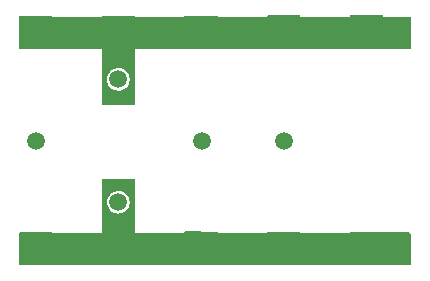
<source format=gbr>
%TF.GenerationSoftware,KiCad,Pcbnew,(6.0.9)*%
%TF.CreationDate,2023-04-18T10:07:27+02:00*%
%TF.ProjectId,midi-biels-2,6d696469-2d62-4696-956c-732d322e6b69,rev?*%
%TF.SameCoordinates,Original*%
%TF.FileFunction,Copper,L1,Top*%
%TF.FilePolarity,Positive*%
%FSLAX46Y46*%
G04 Gerber Fmt 4.6, Leading zero omitted, Abs format (unit mm)*
G04 Created by KiCad (PCBNEW (6.0.9)) date 2023-04-18 10:07:27*
%MOMM*%
%LPD*%
G01*
G04 APERTURE LIST*
%TA.AperFunction,ViaPad*%
%ADD10C,1.500000*%
%TD*%
G04 APERTURE END LIST*
D10*
%TO.N,*%
X60700000Y-55750000D03*
X67600000Y-55750000D03*
X53600000Y-60950000D03*
X53600000Y-50550000D03*
X46600000Y-55750000D03*
%TD*%
%TA.AperFunction,NonConductor*%
G36*
X75985044Y-45121882D02*
G01*
X75999500Y-45156634D01*
X75999500Y-45182654D01*
X76004061Y-45188932D01*
X76004062Y-45188934D01*
X76004776Y-45189916D01*
X76011734Y-45203572D01*
X76012110Y-45204729D01*
X76012111Y-45204730D01*
X76014510Y-45212112D01*
X76021774Y-45217390D01*
X76032610Y-45228226D01*
X76037888Y-45235490D01*
X76045269Y-45237888D01*
X76045271Y-45237890D01*
X76046428Y-45238266D01*
X76060084Y-45245224D01*
X76061066Y-45245938D01*
X76061068Y-45245939D01*
X76067346Y-45250500D01*
X78350500Y-45250500D01*
X78385148Y-45264852D01*
X78399500Y-45299500D01*
X78399500Y-47951000D01*
X78385148Y-47985648D01*
X78350500Y-48000000D01*
X73216293Y-48000000D01*
X73185853Y-47987391D01*
X73185491Y-47987889D01*
X73183417Y-47986382D01*
X73183418Y-47986382D01*
X73178226Y-47982610D01*
X73167388Y-47971772D01*
X73162112Y-47964510D01*
X73154731Y-47962112D01*
X73154729Y-47962110D01*
X73153572Y-47961734D01*
X73139916Y-47954776D01*
X73138934Y-47954062D01*
X73138932Y-47954061D01*
X73132654Y-47949500D01*
X69067346Y-47949500D01*
X69061068Y-47954061D01*
X69061066Y-47954062D01*
X69060084Y-47954776D01*
X69046428Y-47961734D01*
X69045271Y-47962110D01*
X69045269Y-47962112D01*
X69037888Y-47964510D01*
X69032612Y-47971772D01*
X69021774Y-47982610D01*
X69017593Y-47985648D01*
X69014509Y-47987889D01*
X69013166Y-47986041D01*
X68991374Y-47999396D01*
X68983707Y-48000000D01*
X66216293Y-48000000D01*
X66185853Y-47987391D01*
X66185491Y-47987889D01*
X66183417Y-47986382D01*
X66183418Y-47986382D01*
X66178226Y-47982610D01*
X66167388Y-47971772D01*
X66162112Y-47964510D01*
X66154731Y-47962112D01*
X66154729Y-47962110D01*
X66153572Y-47961734D01*
X66139916Y-47954776D01*
X66138934Y-47954062D01*
X66138932Y-47954061D01*
X66132654Y-47949500D01*
X62067346Y-47949500D01*
X62061068Y-47954061D01*
X62061066Y-47954062D01*
X62060084Y-47954776D01*
X62046428Y-47961734D01*
X62045271Y-47962110D01*
X62045269Y-47962112D01*
X62037888Y-47964510D01*
X62032612Y-47971772D01*
X62021774Y-47982610D01*
X62017593Y-47985648D01*
X62014509Y-47987889D01*
X62013166Y-47986041D01*
X61991374Y-47999396D01*
X61983707Y-48000000D01*
X59216293Y-48000000D01*
X59185853Y-47987391D01*
X59185491Y-47987889D01*
X59183417Y-47986382D01*
X59183418Y-47986382D01*
X59178226Y-47982610D01*
X59167388Y-47971772D01*
X59162112Y-47964510D01*
X59154731Y-47962112D01*
X59154729Y-47962110D01*
X59153572Y-47961734D01*
X59139916Y-47954776D01*
X59138934Y-47954062D01*
X59138932Y-47954061D01*
X59132654Y-47949500D01*
X55067346Y-47949500D01*
X55061068Y-47954061D01*
X55061066Y-47954062D01*
X55060084Y-47954776D01*
X55046428Y-47961734D01*
X55045271Y-47962110D01*
X55045269Y-47962112D01*
X55037888Y-47964510D01*
X55032612Y-47971772D01*
X55021774Y-47982610D01*
X55014510Y-47987888D01*
X55012112Y-47995269D01*
X55012110Y-47995271D01*
X55011734Y-47996428D01*
X55004776Y-48010084D01*
X55004062Y-48011066D01*
X55004061Y-48011068D01*
X54999500Y-48017346D01*
X54999500Y-52651000D01*
X54985148Y-52685648D01*
X54950500Y-52700000D01*
X52249500Y-52700000D01*
X52214852Y-52685648D01*
X52200500Y-52651000D01*
X52200500Y-50536665D01*
X52644994Y-50536665D01*
X52645194Y-50539047D01*
X52645194Y-50539051D01*
X52646229Y-50551371D01*
X52660592Y-50722414D01*
X52711971Y-50901595D01*
X52713065Y-50903724D01*
X52713066Y-50903726D01*
X52763157Y-51001191D01*
X52797176Y-51067385D01*
X52798662Y-51069260D01*
X52798664Y-51069263D01*
X52899261Y-51196185D01*
X52912959Y-51213468D01*
X53054912Y-51334279D01*
X53217627Y-51425217D01*
X53261231Y-51439385D01*
X53392625Y-51482078D01*
X53392629Y-51482079D01*
X53394907Y-51482819D01*
X53579998Y-51504890D01*
X53672924Y-51497740D01*
X53763466Y-51490773D01*
X53763471Y-51490772D01*
X53765851Y-51490589D01*
X53945387Y-51440462D01*
X53947516Y-51439387D01*
X53947520Y-51439385D01*
X54109628Y-51357498D01*
X54111768Y-51356417D01*
X54258655Y-51241656D01*
X54380454Y-51100550D01*
X54398228Y-51069263D01*
X54471341Y-50940560D01*
X54472526Y-50938474D01*
X54485560Y-50899294D01*
X54530608Y-50763873D01*
X54531364Y-50761601D01*
X54554727Y-50576668D01*
X54555099Y-50550000D01*
X54536909Y-50364487D01*
X54483033Y-50186040D01*
X54395522Y-50021456D01*
X54277710Y-49877005D01*
X54134085Y-49758187D01*
X53970116Y-49669529D01*
X53967831Y-49668822D01*
X53967827Y-49668820D01*
X53794336Y-49615117D01*
X53794337Y-49615117D01*
X53792049Y-49614409D01*
X53744652Y-49609427D01*
X53609051Y-49595174D01*
X53609046Y-49595174D01*
X53606668Y-49594924D01*
X53604283Y-49595141D01*
X53604278Y-49595141D01*
X53513850Y-49603371D01*
X53421032Y-49611818D01*
X53319284Y-49641765D01*
X53244513Y-49663771D01*
X53244510Y-49663772D01*
X53242214Y-49664448D01*
X53077023Y-49750807D01*
X53075159Y-49752306D01*
X53075157Y-49752307D01*
X52933617Y-49866108D01*
X52933614Y-49866111D01*
X52931752Y-49867608D01*
X52930213Y-49869442D01*
X52930212Y-49869443D01*
X52885666Y-49922532D01*
X52811935Y-50010401D01*
X52722135Y-50173746D01*
X52665772Y-50351424D01*
X52644994Y-50536665D01*
X52200500Y-50536665D01*
X52200500Y-48017346D01*
X52195939Y-48011068D01*
X52195938Y-48011066D01*
X52195224Y-48010084D01*
X52188266Y-47996428D01*
X52187890Y-47995271D01*
X52187888Y-47995269D01*
X52185490Y-47987888D01*
X52178226Y-47982610D01*
X52167388Y-47971772D01*
X52162112Y-47964510D01*
X52154731Y-47962112D01*
X52154729Y-47962110D01*
X52153572Y-47961734D01*
X52139916Y-47954776D01*
X52138934Y-47954062D01*
X52138932Y-47954061D01*
X52132654Y-47949500D01*
X48067346Y-47949500D01*
X48061068Y-47954061D01*
X48061066Y-47954062D01*
X48060084Y-47954776D01*
X48046428Y-47961734D01*
X48045271Y-47962110D01*
X48045269Y-47962112D01*
X48037888Y-47964510D01*
X48032612Y-47971772D01*
X48021774Y-47982610D01*
X48017593Y-47985648D01*
X48014509Y-47987889D01*
X48013166Y-47986041D01*
X47991374Y-47999396D01*
X47983707Y-48000000D01*
X45249500Y-48000000D01*
X45214852Y-47985648D01*
X45200500Y-47951000D01*
X45200500Y-45248553D01*
X45214852Y-45213905D01*
X45249353Y-45199553D01*
X46097823Y-45197013D01*
X47977302Y-45191385D01*
X48011992Y-45205633D01*
X48012657Y-45206409D01*
X48014510Y-45212112D01*
X48021774Y-45217390D01*
X48032610Y-45228226D01*
X48037888Y-45235490D01*
X48045269Y-45237888D01*
X48045271Y-45237890D01*
X48046428Y-45238266D01*
X48060084Y-45245224D01*
X48061066Y-45245938D01*
X48061068Y-45245939D01*
X48067346Y-45250500D01*
X52132654Y-45250500D01*
X52138932Y-45245939D01*
X52138934Y-45245938D01*
X52139916Y-45245224D01*
X52153572Y-45238266D01*
X52154729Y-45237890D01*
X52154731Y-45237888D01*
X52162112Y-45235490D01*
X52167390Y-45228226D01*
X52178226Y-45217390D01*
X52185490Y-45212112D01*
X52187887Y-45204736D01*
X52192166Y-45198846D01*
X52224143Y-45179251D01*
X52231660Y-45178648D01*
X54965229Y-45170464D01*
X54999920Y-45184712D01*
X55011977Y-45204319D01*
X55012111Y-45204729D01*
X55014510Y-45212112D01*
X55021774Y-45217390D01*
X55032610Y-45228226D01*
X55037888Y-45235490D01*
X55045269Y-45237888D01*
X55045271Y-45237890D01*
X55046428Y-45238266D01*
X55060084Y-45245224D01*
X55061066Y-45245938D01*
X55061068Y-45245939D01*
X55067346Y-45250500D01*
X59132654Y-45250500D01*
X59138932Y-45245939D01*
X59138934Y-45245938D01*
X59139916Y-45245224D01*
X59153572Y-45238266D01*
X59154729Y-45237890D01*
X59154731Y-45237888D01*
X59162112Y-45235490D01*
X59167390Y-45228226D01*
X59178226Y-45217390D01*
X59185490Y-45212112D01*
X59187889Y-45204730D01*
X59187890Y-45204729D01*
X59188266Y-45203572D01*
X59195224Y-45189916D01*
X59200499Y-45182655D01*
X59201838Y-45183627D01*
X59219455Y-45163001D01*
X59241552Y-45157660D01*
X60107841Y-45155067D01*
X61955513Y-45149535D01*
X61990204Y-45163783D01*
X61999500Y-45178901D01*
X61999500Y-45182654D01*
X62004061Y-45188932D01*
X62004062Y-45188934D01*
X62004776Y-45189916D01*
X62011734Y-45203572D01*
X62012110Y-45204729D01*
X62012111Y-45204730D01*
X62014510Y-45212112D01*
X62021774Y-45217390D01*
X62032610Y-45228226D01*
X62037888Y-45235490D01*
X62045269Y-45237888D01*
X62045271Y-45237890D01*
X62046428Y-45238266D01*
X62060084Y-45245224D01*
X62061066Y-45245938D01*
X62061068Y-45245939D01*
X62067346Y-45250500D01*
X66132654Y-45250500D01*
X66138932Y-45245939D01*
X66138934Y-45245938D01*
X66139916Y-45245224D01*
X66153572Y-45238266D01*
X66154729Y-45237890D01*
X66154731Y-45237888D01*
X66162112Y-45235490D01*
X66167390Y-45228226D01*
X66178226Y-45217390D01*
X66185490Y-45212112D01*
X66187889Y-45204730D01*
X66187890Y-45204729D01*
X66188266Y-45203572D01*
X66195224Y-45189916D01*
X66195938Y-45188934D01*
X66195939Y-45188932D01*
X66200500Y-45182654D01*
X66200500Y-45174892D01*
X66201914Y-45170540D01*
X66226270Y-45142023D01*
X66248369Y-45136682D01*
X68502095Y-45129934D01*
X68950353Y-45128592D01*
X68985044Y-45142840D01*
X68995521Y-45168026D01*
X68997102Y-45167512D01*
X68999500Y-45174892D01*
X68999500Y-45182654D01*
X69004061Y-45188932D01*
X69004062Y-45188934D01*
X69004776Y-45189916D01*
X69011734Y-45203572D01*
X69012110Y-45204729D01*
X69012111Y-45204730D01*
X69014510Y-45212112D01*
X69021774Y-45217390D01*
X69032610Y-45228226D01*
X69037888Y-45235490D01*
X69045269Y-45237888D01*
X69045271Y-45237890D01*
X69046428Y-45238266D01*
X69060084Y-45245224D01*
X69061066Y-45245938D01*
X69061068Y-45245939D01*
X69067346Y-45250500D01*
X73132654Y-45250500D01*
X73138932Y-45245939D01*
X73138934Y-45245938D01*
X73139916Y-45245224D01*
X73153572Y-45238266D01*
X73154729Y-45237890D01*
X73154731Y-45237888D01*
X73162112Y-45235490D01*
X73167390Y-45228226D01*
X73178226Y-45217390D01*
X73185490Y-45212112D01*
X73187889Y-45204730D01*
X73187890Y-45204729D01*
X73188266Y-45203572D01*
X73195224Y-45189916D01*
X73195938Y-45188934D01*
X73195939Y-45188932D01*
X73200500Y-45182654D01*
X73200500Y-45164721D01*
X73214852Y-45130073D01*
X73249353Y-45115721D01*
X75385005Y-45109327D01*
X75950353Y-45107634D01*
X75985044Y-45121882D01*
G37*
%TD.AperFunction*%
%TA.AperFunction,NonConductor*%
G36*
X54985148Y-59014352D02*
G01*
X54999500Y-59049000D01*
X54999500Y-63482654D01*
X55004061Y-63488932D01*
X55004062Y-63488934D01*
X55004776Y-63489916D01*
X55011734Y-63503572D01*
X55012110Y-63504729D01*
X55012112Y-63504731D01*
X55014510Y-63512112D01*
X55021774Y-63517390D01*
X55032610Y-63528226D01*
X55037888Y-63535490D01*
X55045269Y-63537888D01*
X55045271Y-63537890D01*
X55046428Y-63538266D01*
X55060084Y-63545224D01*
X55061066Y-63545938D01*
X55061068Y-63545939D01*
X55067346Y-63550500D01*
X59132654Y-63550500D01*
X59138932Y-63545939D01*
X59138934Y-63545938D01*
X59139916Y-63545224D01*
X59153572Y-63538266D01*
X59154729Y-63537890D01*
X59154731Y-63537888D01*
X59162112Y-63535490D01*
X59167390Y-63528226D01*
X59178226Y-63517390D01*
X59185490Y-63512112D01*
X59187888Y-63504731D01*
X59187890Y-63504729D01*
X59188266Y-63503572D01*
X59195224Y-63489916D01*
X59195938Y-63488934D01*
X59195939Y-63488932D01*
X59200500Y-63482654D01*
X59200500Y-63466734D01*
X59214852Y-63432086D01*
X59249709Y-63417734D01*
X61950709Y-63429277D01*
X61985296Y-63443777D01*
X61995308Y-63468095D01*
X61997102Y-63467512D01*
X61999500Y-63474892D01*
X61999500Y-63482654D01*
X62004061Y-63488932D01*
X62004062Y-63488934D01*
X62004776Y-63489916D01*
X62011734Y-63503572D01*
X62012110Y-63504729D01*
X62012112Y-63504731D01*
X62014510Y-63512112D01*
X62021774Y-63517390D01*
X62032610Y-63528226D01*
X62037888Y-63535490D01*
X62045269Y-63537888D01*
X62045271Y-63537890D01*
X62046428Y-63538266D01*
X62060084Y-63545224D01*
X62061066Y-63545938D01*
X62061068Y-63545939D01*
X62067346Y-63550500D01*
X66132654Y-63550500D01*
X66138932Y-63545939D01*
X66138934Y-63545938D01*
X66139916Y-63545224D01*
X66153572Y-63538266D01*
X66154729Y-63537890D01*
X66154731Y-63537888D01*
X66162112Y-63535490D01*
X66167390Y-63528226D01*
X66178226Y-63517390D01*
X66185490Y-63512112D01*
X66187888Y-63504731D01*
X66187890Y-63504729D01*
X66188266Y-63503572D01*
X66195224Y-63489916D01*
X66195938Y-63488933D01*
X66200500Y-63482654D01*
X66200500Y-63478979D01*
X66222713Y-63452970D01*
X66245166Y-63447629D01*
X68763003Y-63458389D01*
X68959018Y-63459227D01*
X68993605Y-63473727D01*
X68999189Y-63482882D01*
X68999501Y-63482655D01*
X69004776Y-63489916D01*
X69011734Y-63503572D01*
X69012110Y-63504729D01*
X69012112Y-63504731D01*
X69014510Y-63512112D01*
X69021774Y-63517390D01*
X69032610Y-63528226D01*
X69037888Y-63535490D01*
X69045269Y-63537888D01*
X69045271Y-63537890D01*
X69046428Y-63538266D01*
X69060084Y-63545224D01*
X69061066Y-63545938D01*
X69061068Y-63545939D01*
X69067346Y-63550500D01*
X73132654Y-63550500D01*
X73138932Y-63545939D01*
X73138934Y-63545938D01*
X73139916Y-63545224D01*
X73153572Y-63538266D01*
X73154729Y-63537890D01*
X73154731Y-63537888D01*
X73162112Y-63535490D01*
X73167390Y-63528226D01*
X73178226Y-63517390D01*
X73185490Y-63512112D01*
X73187888Y-63504732D01*
X73192450Y-63498453D01*
X73195103Y-63500381D01*
X73210118Y-63482819D01*
X73232550Y-63477490D01*
X78121238Y-63498382D01*
X78140669Y-63502490D01*
X78370140Y-63602883D01*
X78396131Y-63629919D01*
X78399500Y-63647775D01*
X78399500Y-66200500D01*
X78385148Y-66235148D01*
X78350500Y-66249500D01*
X76067346Y-66249500D01*
X76061068Y-66254061D01*
X76061066Y-66254062D01*
X76060084Y-66254776D01*
X76046428Y-66261734D01*
X76045271Y-66262110D01*
X76045269Y-66262112D01*
X76037888Y-66264510D01*
X76032612Y-66271772D01*
X76021774Y-66282610D01*
X76019600Y-66284190D01*
X76014509Y-66287889D01*
X76013166Y-66286041D01*
X75991374Y-66299396D01*
X75983707Y-66300000D01*
X73216293Y-66300000D01*
X73185853Y-66287391D01*
X73185491Y-66287889D01*
X73183417Y-66286382D01*
X73183418Y-66286382D01*
X73178226Y-66282610D01*
X73167388Y-66271772D01*
X73162112Y-66264510D01*
X73154731Y-66262112D01*
X73154729Y-66262110D01*
X73153572Y-66261734D01*
X73139916Y-66254776D01*
X73138934Y-66254062D01*
X73138932Y-66254061D01*
X73132654Y-66249500D01*
X69067346Y-66249500D01*
X69061068Y-66254061D01*
X69061066Y-66254062D01*
X69060084Y-66254776D01*
X69046428Y-66261734D01*
X69045271Y-66262110D01*
X69045269Y-66262112D01*
X69037888Y-66264510D01*
X69032612Y-66271772D01*
X69021774Y-66282610D01*
X69019600Y-66284190D01*
X69014509Y-66287889D01*
X69013166Y-66286041D01*
X68991374Y-66299396D01*
X68983707Y-66300000D01*
X66216293Y-66300000D01*
X66185853Y-66287391D01*
X66185491Y-66287889D01*
X66183417Y-66286382D01*
X66183418Y-66286382D01*
X66178226Y-66282610D01*
X66167388Y-66271772D01*
X66162112Y-66264510D01*
X66154731Y-66262112D01*
X66154729Y-66262110D01*
X66153572Y-66261734D01*
X66139916Y-66254776D01*
X66138934Y-66254062D01*
X66138932Y-66254061D01*
X66132654Y-66249500D01*
X62067346Y-66249500D01*
X62061068Y-66254061D01*
X62061066Y-66254062D01*
X62060084Y-66254776D01*
X62046428Y-66261734D01*
X62045271Y-66262110D01*
X62045269Y-66262112D01*
X62037888Y-66264510D01*
X62032612Y-66271772D01*
X62021774Y-66282610D01*
X62019600Y-66284190D01*
X62014509Y-66287889D01*
X62013166Y-66286041D01*
X61991374Y-66299396D01*
X61983707Y-66300000D01*
X59216293Y-66300000D01*
X59185853Y-66287391D01*
X59185491Y-66287889D01*
X59183417Y-66286382D01*
X59183418Y-66286382D01*
X59178226Y-66282610D01*
X59167388Y-66271772D01*
X59162112Y-66264510D01*
X59154731Y-66262112D01*
X59154729Y-66262110D01*
X59153572Y-66261734D01*
X59139916Y-66254776D01*
X59138934Y-66254062D01*
X59138932Y-66254061D01*
X59132654Y-66249500D01*
X55067346Y-66249500D01*
X55061068Y-66254061D01*
X55061066Y-66254062D01*
X55060084Y-66254776D01*
X55046428Y-66261734D01*
X55045271Y-66262110D01*
X55045269Y-66262112D01*
X55037888Y-66264510D01*
X55032612Y-66271772D01*
X55021774Y-66282610D01*
X55019600Y-66284190D01*
X55014509Y-66287889D01*
X55013166Y-66286041D01*
X54991374Y-66299396D01*
X54983707Y-66300000D01*
X52216293Y-66300000D01*
X52185853Y-66287391D01*
X52185491Y-66287889D01*
X52183417Y-66286382D01*
X52183418Y-66286382D01*
X52178226Y-66282610D01*
X52167388Y-66271772D01*
X52162112Y-66264510D01*
X52154731Y-66262112D01*
X52154729Y-66262110D01*
X52153572Y-66261734D01*
X52139916Y-66254776D01*
X52138934Y-66254062D01*
X52138932Y-66254061D01*
X52132654Y-66249500D01*
X48067346Y-66249500D01*
X48061068Y-66254061D01*
X48061066Y-66254062D01*
X48060084Y-66254776D01*
X48046428Y-66261734D01*
X48045271Y-66262110D01*
X48045269Y-66262112D01*
X48037888Y-66264510D01*
X48032612Y-66271772D01*
X48021774Y-66282610D01*
X48019600Y-66284190D01*
X48014509Y-66287889D01*
X48013166Y-66286041D01*
X47991374Y-66299396D01*
X47983707Y-66300000D01*
X45249500Y-66300000D01*
X45214852Y-66285648D01*
X45200500Y-66251000D01*
X45200500Y-63549000D01*
X45214852Y-63514352D01*
X45249500Y-63500000D01*
X47983707Y-63500000D01*
X48014147Y-63512609D01*
X48014509Y-63512111D01*
X48014510Y-63512112D01*
X48021774Y-63517390D01*
X48032610Y-63528226D01*
X48037888Y-63535490D01*
X48045269Y-63537888D01*
X48045271Y-63537890D01*
X48046428Y-63538266D01*
X48060084Y-63545224D01*
X48061066Y-63545938D01*
X48061068Y-63545939D01*
X48067346Y-63550500D01*
X52132654Y-63550500D01*
X52138932Y-63545939D01*
X52138934Y-63545938D01*
X52139916Y-63545224D01*
X52153572Y-63538266D01*
X52154729Y-63537890D01*
X52154731Y-63537888D01*
X52162112Y-63535490D01*
X52167390Y-63528226D01*
X52178226Y-63517390D01*
X52185490Y-63512112D01*
X52187888Y-63504731D01*
X52187890Y-63504729D01*
X52188266Y-63503572D01*
X52195224Y-63489916D01*
X52195938Y-63488934D01*
X52195939Y-63488932D01*
X52200500Y-63482654D01*
X52200500Y-60936665D01*
X52644994Y-60936665D01*
X52645194Y-60939047D01*
X52645194Y-60939051D01*
X52646229Y-60951371D01*
X52660592Y-61122414D01*
X52711971Y-61301595D01*
X52797176Y-61467385D01*
X52798662Y-61469260D01*
X52798664Y-61469263D01*
X52899261Y-61596185D01*
X52912959Y-61613468D01*
X53054912Y-61734279D01*
X53217627Y-61825217D01*
X53261231Y-61839385D01*
X53392625Y-61882078D01*
X53392629Y-61882079D01*
X53394907Y-61882819D01*
X53579998Y-61904890D01*
X53672924Y-61897740D01*
X53763466Y-61890773D01*
X53763471Y-61890772D01*
X53765851Y-61890589D01*
X53945387Y-61840462D01*
X53947516Y-61839387D01*
X53947520Y-61839385D01*
X54109628Y-61757498D01*
X54111768Y-61756417D01*
X54258655Y-61641656D01*
X54380454Y-61500550D01*
X54398228Y-61469263D01*
X54471341Y-61340560D01*
X54472526Y-61338474D01*
X54485560Y-61299294D01*
X54530608Y-61163873D01*
X54531364Y-61161601D01*
X54554727Y-60976668D01*
X54555099Y-60950000D01*
X54536909Y-60764487D01*
X54483033Y-60586040D01*
X54395522Y-60421456D01*
X54277710Y-60277005D01*
X54134085Y-60158187D01*
X53970116Y-60069529D01*
X53967831Y-60068822D01*
X53967827Y-60068820D01*
X53794336Y-60015117D01*
X53794337Y-60015117D01*
X53792049Y-60014409D01*
X53744652Y-60009427D01*
X53609051Y-59995174D01*
X53609046Y-59995174D01*
X53606668Y-59994924D01*
X53604283Y-59995141D01*
X53604278Y-59995141D01*
X53513850Y-60003371D01*
X53421032Y-60011818D01*
X53319284Y-60041765D01*
X53244513Y-60063771D01*
X53244510Y-60063772D01*
X53242214Y-60064448D01*
X53077023Y-60150807D01*
X53075159Y-60152306D01*
X53075157Y-60152307D01*
X52933617Y-60266108D01*
X52933614Y-60266111D01*
X52931752Y-60267608D01*
X52930213Y-60269442D01*
X52930212Y-60269443D01*
X52889175Y-60318349D01*
X52811935Y-60410401D01*
X52722135Y-60573746D01*
X52665772Y-60751424D01*
X52644994Y-60936665D01*
X52200500Y-60936665D01*
X52200500Y-59049000D01*
X52214852Y-59014352D01*
X52249500Y-59000000D01*
X54950500Y-59000000D01*
X54985148Y-59014352D01*
G37*
%TD.AperFunction*%
M02*

</source>
